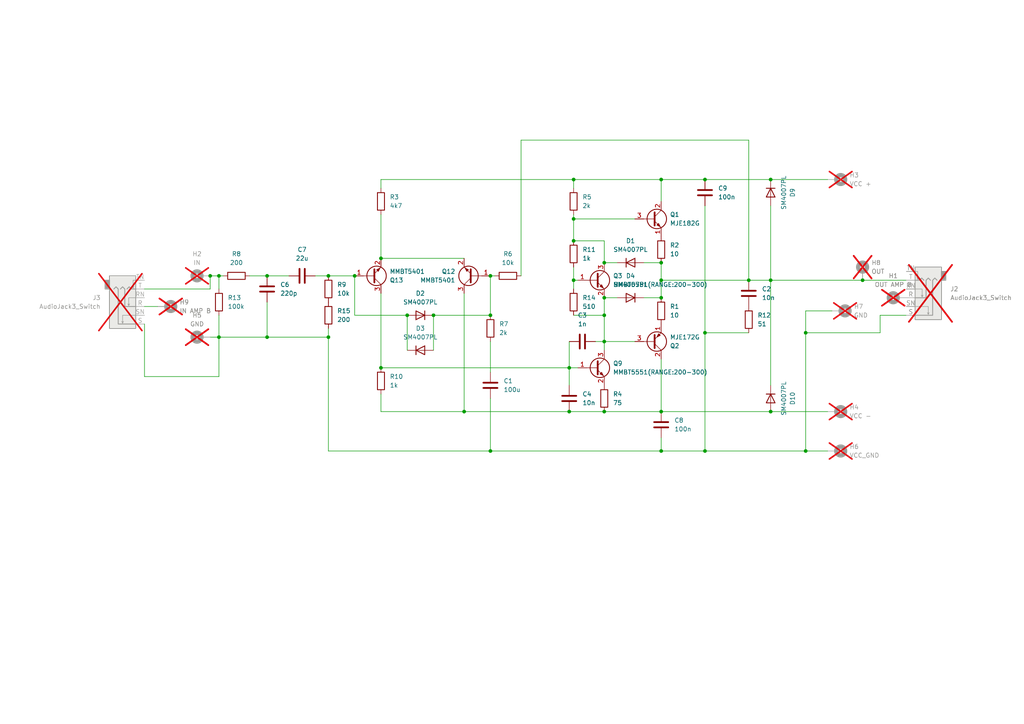
<source format=kicad_sch>
(kicad_sch (version 20250114) (generator "eeschema") (generator_version "9.0")
  (paper "A4")
  (lib_symbols
    (symbol "Connector_Audio:AudioJack3_Switch"
      (property "Reference" "J" (at 0 11.43 0))
      (property "Value" "AudioJack3_Switch" (at 0 8.89 0))
      (symbol "AudioJack3_Switch_0_1"
        (rectangle (start -5.08 -5.08) (end -6.35 -7.62) (stroke (width 0.254)) (fill (type outline)))
        (polyline (pts (xy -1.905 -5.08) (xy -1.27 -5.715) (xy -0.635 -5.08) (xy -0.635 0) (xy 2.54 0)) (stroke (width 0.254)))
        (polyline (pts (xy -1.27 4.826) (xy -1.016 4.318)))
        (polyline (pts (xy 0 -5.08) (xy 0.635 -5.715) (xy 1.27 -5.08) (xy 2.54 -5.08)) (stroke (width 0.254)))
        (polyline (pts (xy 0.508 -0.254) (xy 0.762 -0.762)))
        (polyline (pts (xy 1.778 -5.334) (xy 2.032 -5.842)))
        (rectangle (start 2.54 6.35) (end -5.08 -8.89) (stroke (width 0.254)) (fill (type background)))
        (polyline (pts (xy 2.54 5.08) (xy -2.54 5.08) (xy -2.54 -5.08) (xy -3.175 -5.715) (xy -3.81 -5.08)) (stroke (width 0.254)))
        (polyline (pts (xy 2.54 2.54) (xy -1.27 2.54) (xy -1.27 4.826) (xy -1.524 4.318)))
        (polyline (pts (xy 2.54 -2.54) (xy 0.508 -2.54) (xy 0.508 -0.254) (xy 0.254 -0.762)))
        (polyline (pts (xy 2.54 -7.62) (xy 1.778 -7.62) (xy 1.778 -5.334) (xy 1.524 -5.842)))
      )
      (symbol "AudioJack3_Switch_1_1"
        (pin passive line (at 5.08 5.08 180) (length 2.54) (name "~") (number "S"))
        (pin passive line (at 5.08 2.54 180) (length 2.54) (name "~") (number "SN"))
        (pin passive line (at 5.08 0 180) (length 2.54) (name "~") (number "R"))
        (pin passive line (at 5.08 -2.54 180) (length 2.54) (name "~") (number "RN"))
        (pin passive line (at 5.08 -5.08 180) (length 2.54) (name "~") (number "T"))
        (pin passive line (at 5.08 -7.62 180) (length 2.54) (name "~") (number "TN"))
      )
    )
    (symbol "Device:C" (pin_numbers (hide yes)) (pin_names (offset 0.254))
      (property "Reference" "C" (at 0.635 2.54 0))
      (property "Value" "C" (at 0.635 -2.54 0))
      (symbol "C_0_1"
        (polyline (pts (xy -2.032 0.762) (xy 2.032 0.762)) (stroke (width 0.508)))
        (polyline (pts (xy -2.032 -0.762) (xy 2.032 -0.762)) (stroke (width 0.508)))
      )
      (symbol "C_1_1"
        (pin passive line (at 0 3.81 270) (length 2.794) (name "~") (number "1"))
        (pin passive line (at 0 -3.81 90) (length 2.794) (name "~") (number "2"))
      )
    )
    (symbol "Device:R" (pin_numbers (hide yes)) (pin_names (offset 0))
      (property "Reference" "R" (at 2.032 0 90))
      (property "Value" "R" (at 0 0 90))
      (symbol "R_0_1"
        (rectangle (start -1.016 -2.54) (end 1.016 2.54) (stroke (width 0.254)))
      )
      (symbol "R_1_1"
        (pin passive line (at 0 3.81 270) (length 1.27) (name "~") (number "1"))
        (pin passive line (at 0 -3.81 90) (length 1.27) (name "~") (number "2"))
      )
    )
    (symbol "Diode:1N4148WT" (pin_numbers (hide yes)) (pin_names (hide yes))
      (property "Reference" "D" (at 0 2.54 0))
      (property "Value" "1N4148WT" (at 0 -2.54 0))
      (symbol "1N4148WT_0_1"
        (polyline (pts (xy -1.27 1.27) (xy -1.27 -1.27)) (stroke (width 0.254)))
        (polyline (pts (xy 1.27 1.27) (xy 1.27 -1.27) (xy -1.27 0) (xy 1.27 1.27)) (stroke (width 0.254)))
        (polyline (pts (xy 1.27 0) (xy -1.27 0)))
      )
      (symbol "1N4148WT_1_1"
        (pin passive line (at -3.81 0 0) (length 2.54) (name "K") (number "1"))
        (pin passive line (at 3.81 0 180) (length 2.54) (name "A") (number "2"))
      )
    )
    (symbol "Mechanical:MountingHole_Pad" (pin_numbers (hide yes)) (pin_names (offset 1.016) (hide yes)) (exclude_from_sim yes) (in_bom no)
      (property "Reference" "H" (at 0 6.35 0))
      (property "Value" "MountingHole_Pad" (at 0 4.445 0))
      (symbol "MountingHole_Pad_0_1"
        (circle (center 0 1.27) (radius 1.27) (stroke (width 1.27)))
      )
      (symbol "MountingHole_Pad_1_1"
        (pin input line (at 0 -2.54 90) (length 2.54) (name "1") (number "1"))
      )
    )
    (symbol "Transistor_BJT:MMBT5550L" (pin_names (offset 0) (hide yes))
      (property "Reference" "Q" (at 5.08 1.905 0))
      (property "Value" "MMBT5550L" (at 5.08 0 0))
      (symbol "MMBT5550L_0_1"
        (polyline (pts (xy -2.54 0) (xy 0.635 0)))
        (polyline (pts (xy 0.635 1.905) (xy 0.635 -1.905)) (stroke (width 0.508)))
        (circle (center 1.27 0) (radius 2.8194) (stroke (width 0.254)))
      )
      (symbol "MMBT5550L_1_1"
        (polyline (pts (xy 0.635 0.635) (xy 2.54 2.54)))
        (polyline (pts (xy 0.635 -0.635) (xy 2.54 -2.54)))
        (polyline (pts (xy 1.27 -1.778) (xy 1.778 -1.27) (xy 2.286 -2.286) (xy 1.27 -1.778)) (fill (type outline)))
        (pin input line (at -5.08 0 0) (length 2.54) (name "B") (number "1"))
        (pin passive line (at 2.54 5.08 270) (length 2.54) (name "C") (number "3"))
        (pin passive line (at 2.54 -5.08 90) (length 2.54) (name "E") (number "2"))
      )
    )
    (symbol "Transistor_BJT:MMBT5551L" (pin_names (offset 0) (hide yes))
      (property "Reference" "Q" (at 5.08 1.905 0))
      (property "Value" "MMBT5551L" (at 5.08 0 0))
      (symbol "MMBT5551L_0_1"
        (polyline (pts (xy -2.54 0) (xy 0.635 0)))
        (polyline (pts (xy 0.635 1.905) (xy 0.635 -1.905)) (stroke (width 0.508)))
        (circle (center 1.27 0) (radius 2.8194) (stroke (width 0.254)))
      )
      (symbol "MMBT5551L_1_1"
        (polyline (pts (xy 0.635 0.635) (xy 2.54 2.54)))
        (polyline (pts (xy 0.635 -0.635) (xy 2.54 -2.54)))
        (polyline (pts (xy 1.27 -1.778) (xy 1.778 -1.27) (xy 2.286 -2.286) (xy 1.27 -1.778)) (fill (type outline)))
        (pin input line (at -5.08 0 0) (length 2.54) (name "B") (number "1"))
        (pin passive line (at 2.54 5.08 270) (length 2.54) (name "C") (number "3"))
        (pin passive line (at 2.54 -5.08 90) (length 2.54) (name "E") (number "2"))
      )
    )
    (symbol "Transistor_BJT:Q_NPN_ECB" (pin_names (offset 0) (hide yes))
      (property "Reference" "Q" (at 5.08 1.27 0))
      (property "Value" "Q_NPN_ECB" (at 5.08 -1.27 0))
      (symbol "Q_NPN_ECB_0_1"
        (polyline (pts (xy -2.54 0) (xy 0.635 0)))
        (polyline (pts (xy 0.635 1.905) (xy 0.635 -1.905)) (stroke (width 0.508)))
        (circle (center 1.27 0) (radius 2.8194) (stroke (width 0.254)))
      )
      (symbol "Q_NPN_ECB_1_1"
        (polyline (pts (xy 0.635 0.635) (xy 2.54 2.54)))
        (polyline (pts (xy 0.635 -0.635) (xy 2.54 -2.54)))
        (polyline (pts (xy 1.27 -1.778) (xy 1.778 -1.27) (xy 2.286 -2.286) (xy 1.27 -1.778)) (fill (type outline)))
        (pin input line (at -5.08 0 0) (length 2.54) (name "B") (number "3"))
        (pin passive line (at 2.54 5.08 270) (length 2.54) (name "C") (number "2"))
        (pin passive line (at 2.54 -5.08 90) (length 2.54) (name "E") (number "1"))
      )
    )
    (symbol "Transistor_BJT:Q_PNP_ECB" (pin_names (offset 0) (hide yes))
      (property "Reference" "Q" (at 5.08 1.27 0))
      (property "Value" "Q_PNP_ECB" (at 5.08 -1.27 0))
      (symbol "Q_PNP_ECB_0_1"
        (polyline (pts (xy -2.54 0) (xy 0.635 0)))
        (polyline (pts (xy 0.635 1.905) (xy 0.635 -1.905)) (stroke (width 0.508)))
        (polyline (pts (xy 0.635 0.635) (xy 2.54 2.54)))
        (polyline (pts (xy 0.635 -0.635) (xy 2.54 -2.54)))
        (circle (center 1.27 0) (radius 2.8194) (stroke (width 0.254)))
        (polyline (pts (xy 2.286 -1.778) (xy 1.778 -2.286) (xy 1.27 -1.27) (xy 2.286 -1.778)) (fill (type outline)))
      )
      (symbol "Q_PNP_ECB_1_1"
        (pin input line (at -5.08 0 0) (length 2.54) (name "B") (number "3"))
        (pin passive line (at 2.54 5.08 270) (length 2.54) (name "C") (number "2"))
        (pin passive line (at 2.54 -5.08 90) (length 2.54) (name "E") (number "1"))
      )
    )
  )
  (junction (at 60.96 80.01))
  (junction (at 166.37 52.07))
  (junction (at 191.77 76.2))
  (junction (at 63.5 80.01))
  (junction (at 142.24 80.01))
  (junction (at 142.24 91.44))
  (junction (at 142.24 130.81))
  (junction (at 204.47 52.07))
  (junction (at 95.25 97.79))
  (junction (at 191.77 52.07))
  (junction (at 77.47 80.01))
  (junction (at 110.49 74.93))
  (junction (at 223.52 52.07))
  (junction (at 233.68 130.81))
  (junction (at 166.37 69.85))
  (junction (at 166.37 63.5))
  (junction (at 165.1 106.68))
  (junction (at 191.77 81.28))
  (junction (at 175.26 91.44))
  (junction (at 250.19 81.28))
  (junction (at 110.49 106.68))
  (junction (at 191.77 130.81))
  (junction (at 204.47 96.52))
  (junction (at 63.5 97.79))
  (junction (at 118.11 91.44))
  (junction (at 217.17 81.28))
  (junction (at 77.47 97.79))
  (junction (at 175.26 86.36))
  (junction (at 204.47 130.81))
  (junction (at 95.25 80.01))
  (junction (at 102.87 80.01))
  (junction (at 175.26 76.2))
  (junction (at 175.26 99.06))
  (junction (at 134.62 119.38))
  (junction (at 125.73 91.44))
  (junction (at 165.1 119.38))
  (junction (at 223.52 81.28))
  (junction (at 223.52 119.38))
  (junction (at 166.37 81.28))
  (junction (at 175.26 119.38))
  (junction (at 191.77 86.36))
  (junction (at 233.68 96.52))
  (junction (at 191.77 119.38))
  (wire (pts (xy 233.68 130.81) (xy 240.03 130.81)))
  (wire (pts (xy 217.17 81.28) (xy 223.52 81.28)))
  (wire (pts (xy 223.52 119.38) (xy 191.77 119.38)))
  (wire (pts (xy 134.62 85.09) (xy 134.62 119.38)))
  (wire (pts (xy 175.26 91.44) (xy 175.26 99.06)))
  (wire (pts (xy 233.68 96.52) (xy 233.68 130.81)))
  (wire (pts (xy 175.26 69.85) (xy 175.26 76.2)))
  (wire (pts (xy 175.26 86.36) (xy 179.07 86.36)))
  (wire (pts (xy 262.89 91.44) (xy 255.27 91.44)))
  (wire (pts (xy 255.27 91.44) (xy 255.27 96.52)))
  (wire (pts (xy 91.44 80.01) (xy 95.25 80.01)))
  (wire (pts (xy 60.96 97.79) (xy 63.5 97.79)))
  (wire (pts (xy 223.52 52.07) (xy 240.03 52.07)))
  (wire (pts (xy 72.39 80.01) (xy 77.47 80.01)))
  (wire (pts (xy 102.87 80.01) (xy 102.87 91.44)))
  (wire (pts (xy 186.69 76.2) (xy 191.77 76.2)))
  (wire (pts (xy 191.77 52.07) (xy 191.77 58.42)))
  (wire (pts (xy 191.77 119.38) (xy 175.26 119.38)))
  (wire (pts (xy 110.49 52.07) (xy 166.37 52.07)))
  (wire (pts (xy 166.37 81.28) (xy 166.37 83.82)))
  (wire (pts (xy 110.49 85.09) (xy 110.49 106.68)))
  (wire (pts (xy 166.37 81.28) (xy 167.64 81.28)))
  (wire (pts (xy 204.47 130.81) (xy 233.68 130.81)))
  (wire (pts (xy 142.24 80.01) (xy 142.24 91.44)))
  (wire (pts (xy 165.1 106.68) (xy 165.1 111.76)))
  (wire (pts (xy 142.24 80.01) (xy 143.51 80.01)))
  (wire (pts (xy 142.24 130.81) (xy 95.25 130.81)))
  (wire (pts (xy 125.73 91.44) (xy 125.73 101.6)))
  (wire (pts (xy 166.37 63.5) (xy 166.37 69.85)))
  (wire (pts (xy 217.17 96.52) (xy 204.47 96.52)))
  (wire (pts (xy 223.52 81.28) (xy 250.19 81.28)))
  (wire (pts (xy 204.47 59.69) (xy 204.47 96.52)))
  (wire (pts (xy 165.1 106.68) (xy 167.64 106.68)))
  (wire (pts (xy 223.52 81.28) (xy 223.52 111.76)))
  (wire (pts (xy 63.5 109.22) (xy 63.5 97.79)))
  (wire (pts (xy 204.47 52.07) (xy 223.52 52.07)))
  (wire (pts (xy 77.47 80.01) (xy 83.82 80.01)))
  (wire (pts (xy 217.17 40.64) (xy 217.17 81.28)))
  (wire (pts (xy 175.26 86.36) (xy 175.26 91.44)))
  (wire (pts (xy 63.5 91.44) (xy 63.5 97.79)))
  (wire (pts (xy 77.47 97.79) (xy 95.25 97.79)))
  (wire (pts (xy 191.77 52.07) (xy 204.47 52.07)))
  (wire (pts (xy 172.72 99.06) (xy 175.26 99.06)))
  (wire (pts (xy 166.37 62.23) (xy 166.37 63.5)))
  (wire (pts (xy 233.68 90.17) (xy 233.68 96.52)))
  (wire (pts (xy 41.91 109.22) (xy 63.5 109.22)))
  (wire (pts (xy 60.96 80.01) (xy 60.96 83.82)))
  (wire (pts (xy 41.91 93.98) (xy 41.91 109.22)))
  (wire (pts (xy 223.52 119.38) (xy 240.03 119.38)))
  (wire (pts (xy 142.24 99.06) (xy 142.24 107.95)))
  (wire (pts (xy 142.24 91.44) (xy 125.73 91.44)))
  (wire (pts (xy 175.26 99.06) (xy 175.26 101.6)))
  (wire (pts (xy 166.37 52.07) (xy 191.77 52.07)))
  (wire (pts (xy 110.49 114.3) (xy 110.49 119.38)))
  (wire (pts (xy 166.37 69.85) (xy 175.26 69.85)))
  (wire (pts (xy 118.11 91.44) (xy 118.11 101.6)))
  (wire (pts (xy 166.37 91.44) (xy 175.26 91.44)))
  (wire (pts (xy 77.47 87.63) (xy 77.47 97.79)))
  (wire (pts (xy 110.49 74.93) (xy 134.62 74.93)))
  (wire (pts (xy 191.77 127) (xy 191.77 130.81)))
  (wire (pts (xy 110.49 119.38) (xy 134.62 119.38)))
  (wire (pts (xy 191.77 81.28) (xy 217.17 81.28)))
  (wire (pts (xy 63.5 80.01) (xy 64.77 80.01)))
  (wire (pts (xy 110.49 106.68) (xy 165.1 106.68)))
  (wire (pts (xy 191.77 76.2) (xy 191.77 81.28)))
  (wire (pts (xy 166.37 63.5) (xy 184.15 63.5)))
  (wire (pts (xy 41.91 83.82) (xy 60.96 83.82)))
  (wire (pts (xy 110.49 54.61) (xy 110.49 52.07)))
  (wire (pts (xy 186.69 86.36) (xy 191.77 86.36)))
  (wire (pts (xy 95.25 130.81) (xy 95.25 97.79)))
  (wire (pts (xy 175.26 99.06) (xy 184.15 99.06)))
  (wire (pts (xy 165.1 119.38) (xy 175.26 119.38)))
  (wire (pts (xy 134.62 119.38) (xy 165.1 119.38)))
  (wire (pts (xy 41.91 88.9) (xy 45.72 88.9)))
  (wire (pts (xy 191.77 81.28) (xy 191.77 86.36)))
  (wire (pts (xy 175.26 76.2) (xy 179.07 76.2)))
  (wire (pts (xy 166.37 77.47) (xy 166.37 81.28)))
  (wire (pts (xy 250.19 81.28) (xy 262.89 81.28)))
  (wire (pts (xy 223.52 59.69) (xy 223.52 81.28)))
  (wire (pts (xy 255.27 96.52) (xy 233.68 96.52)))
  (wire (pts (xy 110.49 62.23) (xy 110.49 74.93)))
  (wire (pts (xy 142.24 115.57) (xy 142.24 130.81)))
  (wire (pts (xy 102.87 91.44) (xy 118.11 91.44)))
  (wire (pts (xy 63.5 80.01) (xy 63.5 83.82)))
  (wire (pts (xy 191.77 130.81) (xy 142.24 130.81)))
  (wire (pts (xy 151.13 40.64) (xy 217.17 40.64)))
  (wire (pts (xy 204.47 130.81) (xy 191.77 130.81)))
  (wire (pts (xy 95.25 95.25) (xy 95.25 97.79)))
  (wire (pts (xy 166.37 52.07) (xy 166.37 54.61)))
  (wire (pts (xy 241.3 90.17) (xy 233.68 90.17)))
  (wire (pts (xy 204.47 96.52) (xy 204.47 130.81)))
  (wire (pts (xy 60.96 80.01) (xy 63.5 80.01)))
  (wire (pts (xy 191.77 104.14) (xy 191.77 119.38)))
  (wire (pts (xy 165.1 99.06) (xy 165.1 106.68)))
  (wire (pts (xy 95.25 80.01) (xy 102.87 80.01)))
  (wire (pts (xy 63.5 97.79) (xy 77.47 97.79)))
  (wire (pts (xy 151.13 80.01) (xy 151.13 40.64)))
  (symbol (lib_id "Device:C") (at 165.1 115.57 0) (unit 1)
    (property "Reference" "C4" (at 168.91 114.2999 0) (effects (justify left)))
    (property "Value" "10n" (at 168.91 116.8399 0) (effects (justify left)))
    (property "Footprint" "Capacitor_SMD:C_0805_2012Metric" (effects (hide yes)))
    (property "Datasheet" "https://jlcpcb.com/api/file/downloadByFileSystemAccessId/8579706770736144384" (effects (hide yes)))
    (property "Description" "50V 10nF X7R ±10% 0805 Multilayer Ceramic Capacitors MLCC - SMD/SMT ROHS" (effects (hide yes)))
    (property "MPN" "C1710" (effects (hide yes)))
  )
  (symbol (lib_id "Mechanical:MountingHole_Pad") (at 242.57 119.38 270) (unit 1) (dnp yes)
    (property "Reference" "H4" (at 246.38 118.1099 90) (effects (justify left)))
    (property "Value" "VCC -" (at 246.38 120.6499 90) (effects (justify left)))
    (property "Footprint" "MountingHole:MountingHole_2.5mm_Pad" (effects (hide yes)))
    (property "Description" "Mounting Hole with connection" (effects (hide yes)))
  )
  (symbol (lib_id "Diode:1N4148WT") (at 121.92 91.44 180) (unit 1)
    (property "Reference" "D2" (at 121.92 85.09 0))
    (property "Value" "SM4007PL" (at 121.92 87.63 0))
    (property "Footprint" "Diode_SMD:D_SOD-123F" (effects (hide yes)))
    (property "MPN" "C64898" (effects (hide yes)))
  )
  (symbol (lib_id "Transistor_BJT:Q_PNP_ECB") (at 189.23 99.06 0) (mirror x) (unit 1)
    (property "Reference" "Q2" (at 194.31 100.3301 0) (effects (justify left)))
    (property "Value" "MJE172G" (at 194.31 97.7901 0) (effects (justify left)))
    (property "Footprint" "Library:TO229P800X325X1420-3" (effects (hide yes)))
    (property "Description" "PNP transistor, emitter/collector/base" (effects (hide yes)))
    (property "MPN" "C27682" (effects (hide yes)))
  )
  (symbol (lib_id "Device:R") (at 191.77 72.39 0) (unit 1)
    (property "Reference" "R2" (at 194.31 71.1199 0) (effects (justify left)))
    (property "Value" "10" (at 194.31 73.6599 0) (effects (justify left)))
    (property "Footprint" "Resistor_SMD:R_1206_3216Metric" (effects (hide yes)))
    (property "Description" "Resistor" (effects (hide yes)))
    (property "MPN" "C17903" (effects (hide yes)))
  )
  (symbol (lib_id "Device:C") (at 191.77 123.19 0) (unit 1)
    (property "Reference" "C8" (at 195.58 121.9199 0) (effects (justify left)))
    (property "Value" "100n" (at 195.58 124.4599 0) (effects (justify left)))
    (property "Footprint" "Capacitor_SMD:C_0603_1608Metric" (effects (hide yes)))
    (property "Description" "50V 100nF X7R ±10% 0603 Multilayer Ceramic Capacitors MLCC - SMD/SMT ROHS" (effects (hide yes)))
    (property "MPN" "C14663" (effects (hide yes)))
  )
  (symbol (lib_id "Transistor_BJT:Q_NPN_ECB") (at 189.23 63.5 0) (unit 1)
    (property "Reference" "Q1" (at 194.31 62.2299 0) (effects (justify left)))
    (property "Value" "MJE182G" (at 194.31 64.7699 0) (effects (justify left)))
    (property "Footprint" "Library:TO229P800X325X1420-3" (effects (hide yes)))
    (property "Datasheet" "https://www.lcsc.com/datasheet/lcsc_datasheet_2304140030_onsemi-MJE182G_C27681.pdf" (effects (hide yes)))
    (property "Description" "80V 1.5W 50@100mA,1V 3A NPN TO-225-3 Bipolar (BJT) ROHS" (effects (hide yes)))
    (property "MPN" "C27681" (effects (hide yes)))
  )
  (symbol (lib_id "Mechanical:MountingHole_Pad") (at 58.42 97.79 90) (unit 1) (dnp yes)
    (property "Reference" "H5" (at 57.15 91.44 90))
    (property "Value" "GND" (at 57.15 93.98 90))
    (property "Footprint" "MountingHole:MountingHole_2.5mm_Pad" (effects (hide yes)))
    (property "Description" "Mounting Hole with connection" (effects (hide yes)))
  )
  (symbol (lib_id "Device:C") (at 204.47 55.88 0) (unit 1)
    (property "Reference" "C9" (at 208.28 54.6099 0) (effects (justify left)))
    (property "Value" "100n" (at 208.28 57.1499 0) (effects (justify left)))
    (property "Footprint" "Capacitor_SMD:C_0603_1608Metric" (effects (hide yes)))
    (property "Description" "50V 100nF X7R ±10% 0603 Multilayer Ceramic Capacitors MLCC - SMD/SMT ROHS" (effects (hide yes)))
    (property "MPN" "C14663" (effects (hide yes)))
  )
  (symbol (lib_id "Device:R") (at 166.37 73.66 0) (unit 1)
    (property "Reference" "R11" (at 168.91 72.3899 0) (effects (justify left)))
    (property "Value" "1k" (at 168.91 74.9299 0) (effects (justify left)))
    (property "Footprint" "Resistor_SMD:R_1206_3216Metric" (effects (hide yes)))
    (property "Description" "Resistor" (effects (hide yes)))
    (property "MPN" "C4410" (effects (hide yes)))
  )
  (symbol (lib_id "Mechanical:MountingHole_Pad") (at 250.19 78.74 0) (unit 1) (dnp yes)
    (property "Reference" "H8" (at 252.73 76.1999 0) (effects (justify left)))
    (property "Value" "OUT" (at 252.73 78.7399 0) (effects (justify left)))
    (property "Footprint" "MountingHole:MountingHole_2.5mm_Pad" (effects (hide yes)))
    (property "Description" "Mounting Hole with connection" (effects (hide yes)))
  )
  (symbol (lib_id "Transistor_BJT:MMBT5550L") (at 107.95 80.01 0) (mirror x) (unit 1)
    (property "Reference" "Q13" (at 113.03 81.2801 0) (effects (justify left)))
    (property "Value" "MMBT5401" (at 113.03 78.7401 0) (effects (justify left)))
    (property "Footprint" "Package_TO_SOT_SMD:SOT-23" (effects (hide yes)))
    (property "Datasheet" "https://jlcpcb.com/api/file/downloadByFileSystemAccessId/8579707445092147200" (effects (hide yes)))
    (property "Description" "150V 300mW 200@10mA,5V 600mA PNP SOT-23 Bipolar (BJT) ROHS" (effects (hide yes)))
    (property "MPN" "C8326" (effects (hide yes)))
  )
  (symbol (lib_id "Device:R") (at 142.24 95.25 0) (unit 1)
    (property "Reference" "R7" (at 144.78 93.9799 0) (effects (justify left)))
    (property "Value" "2k" (at 144.78 96.5199 0) (effects (justify left)))
    (property "Footprint" "Resistor_SMD:R_1206_3216Metric" (effects (hide yes)))
    (property "Description" "Resistor" (effects (hide yes)))
    (property "MPN" "C17944" (effects (hide yes)))
  )
  (symbol (lib_id "Device:C") (at 77.47 83.82 0) (unit 1)
    (property "Reference" "C6" (at 81.28 82.5499 0) (effects (justify left)))
    (property "Value" "220p" (at 81.28 85.0899 0) (effects (justify left)))
    (property "Footprint" "Capacitor_SMD:C_0603_1608Metric" (effects (hide yes)))
    (property "Datasheet" "https://jlcpcb.com/api/file/downloadByFileSystemAccessId/8579706990821425152" (effects (hide yes)))
    (property "Description" "50V 220pF X7R ±10% 0603 Multilayer Ceramic Capacitors MLCC - SMD/SMT ROHS" (effects (hide yes)))
    (property "MPN" "C1603" (effects (hide yes)))
  )
  (symbol (lib_id "Diode:1N4148WT") (at 223.52 55.88 270) (unit 1)
    (property "Reference" "D9" (at 229.87 55.88 0))
    (property "Value" "SM4007PL" (at 227.33 55.88 0))
    (property "Footprint" "Diode_SMD:D_SOD-123F" (effects (hide yes)))
    (property "MPN" "C64898" (effects (hide yes)))
  )
  (symbol (lib_id "Mechanical:MountingHole_Pad") (at 243.84 90.17 270) (unit 1) (dnp yes)
    (property "Reference" "H7" (at 247.65 88.8999 90) (effects (justify left)))
    (property "Value" "GND" (at 247.65 91.4399 90) (effects (justify left)))
    (property "Footprint" "MountingHole:MountingHole_2.5mm_Pad" (effects (hide yes)))
    (property "Description" "Mounting Hole with connection" (effects (hide yes)))
  )
  (symbol (lib_id "Device:C") (at 168.91 99.06 90) (unit 1)
    (property "Reference" "C3" (at 168.91 91.44 90))
    (property "Value" "1n" (at 168.91 93.98 90))
    (property "Footprint" "Capacitor_SMD:C_0603_1608Metric" (effects (hide yes)))
    (property "Datasheet" "https://jlcpcb.com/api/file/downloadByFileSystemAccessId/8579706978448228352" (effects (hide yes)))
    (property "Description" "50V 1nF X7R ±10% 0603 Multilayer Ceramic Capacitors MLCC - SMD/SMT ROHS" (effects (hide yes)))
    (property "MPN" "C1588" (effects (hide yes)))
  )
  (symbol (lib_id "Device:C") (at 87.63 80.01 90) (unit 1)
    (property "Reference" "C7" (at 87.63 72.39 90))
    (property "Value" "22u" (at 87.63 74.93 90))
    (property "Footprint" "Capacitor_SMD:C_1206_3216Metric" (effects (hide yes)))
    (property "Datasheet" "https://www.lcsc.com/datasheet/lcsc_datasheet_2304140030_Samsung-Electro-Mechanics-CL31A226KAHNNNE_C12891.pdf" (effects (hide yes)))
    (property "Description" "25V 22uF X5R ±10% 1206 Multilayer Ceramic Capacitors MLCC - SMD/SMT ROHS" (effects (hide yes)))
    (property "MPN" "C12891" (effects (hide yes)))
  )
  (symbol (lib_id "Connector_Audio:AudioJack3_Switch") (at 36.83 88.9 0) (mirror x) (unit 1) (dnp yes)
    (property "Reference" "J3" (at 29.21 86.3599 0) (effects (justify right)))
    (property "Value" "AudioJack3_Switch" (at 29.21 88.8999 0) (effects (justify right)))
    (property "Footprint" "Connector_Audio:Jack_6.35mm_Neutrik_NMJ6HCD2_Horizontal" (effects (hide yes)))
    (property "Description" "Audio Jack, 3 Poles (Stereo / TRS), Switched Poles (Normalling)" (effects (hide yes)))
  )
  (symbol (lib_id "Transistor_BJT:MMBT5551L") (at 172.72 81.28 0) (unit 1)
    (property "Reference" "Q3" (at 177.8 80.0099 0) (effects (justify left)))
    (property "Value" "MMBT5551(RANGE:200-300)" (at 177.8 82.5499 0) (effects (justify left)))
    (property "Footprint" "Package_TO_SOT_SMD:SOT-23" (effects (hide yes)))
    (property "Datasheet" "www.onsemi.com/pub/Collateral/MMBT5550LT1-D.PDF" (effects (hide yes)))
    (property "Description" "160V 300mW 200@10mA,5V 600mA NPN SOT-23 Bipolar (BJT) ROHS" (effects (hide yes)))
    (property "MNP" "C2145" (effects (hide yes)))
  )
  (symbol (lib_id "Device:R") (at 147.32 80.01 90) (unit 1)
    (property "Reference" "R6" (at 147.32 73.66 90))
    (property "Value" "10k" (at 147.32 76.2 90))
    (property "Footprint" "Resistor_SMD:R_1206_3216Metric" (effects (hide yes)))
    (property "Description" "Resistor" (effects (hide yes)))
    (property "MPN" "C17902" (effects (hide yes)))
  )
  (symbol (lib_id "Device:R") (at 217.17 92.71 0) (unit 1)
    (property "Reference" "R12" (at 219.71 91.4399 0) (effects (justify left)))
    (property "Value" "51" (at 219.71 93.9799 0) (effects (justify left)))
    (property "Footprint" "Resistor_SMD:R_0805_2012Metric" (effects (hide yes)))
    (property "Datasheet" "https://jlcpcb.com/api/file/downloadByFileSystemAccessId/8579706629149024256" (effects (hide yes)))
    (property "Description" "125mW Thick Film Resistors 150V ±100ppm/℃ ±1% 51Ω 0805 Chip Resistor - Surface Mount ROHS" (effects (hide yes)))
    (property "MPN" "C17738" (effects (hide yes)))
  )
  (symbol (lib_id "Device:R") (at 191.77 90.17 0) (unit 1)
    (property "Reference" "R1" (at 194.31 88.8999 0) (effects (justify left)))
    (property "Value" "10" (at 194.31 91.4399 0) (effects (justify left)))
    (property "Footprint" "Resistor_SMD:R_1206_3216Metric" (effects (hide yes)))
    (property "Description" "Resistor" (effects (hide yes)))
    (property "MPN" "C17903" (effects (hide yes)))
  )
  (symbol (lib_id "Mechanical:MountingHole_Pad") (at 58.42 80.01 90) (unit 1) (dnp yes)
    (property "Reference" "H2" (at 57.15 73.66 90))
    (property "Value" "IN" (at 57.15 76.2 90))
    (property "Footprint" "MountingHole:MountingHole_2.5mm_Pad" (effects (hide yes)))
    (property "Description" "Mounting Hole with connection" (effects (hide yes)))
  )
  (symbol (lib_id "Connector_Audio:AudioJack3_Switch") (at 267.97 86.36 180) (unit 1) (dnp yes)
    (property "Reference" "J2" (at 275.59 83.8199 0) (effects (justify right)))
    (property "Value" "AudioJack3_Switch" (at 275.59 86.3599 0) (effects (justify right)))
    (property "Footprint" "Connector_Audio:Jack_6.35mm_Neutrik_NMJ6HCD2_Horizontal" (effects (hide yes)))
    (property "Description" "Audio Jack, 3 Poles (Stereo / TRS), Switched Poles (Normalling)" (effects (hide yes)))
  )
  (symbol (lib_id "Device:R") (at 68.58 80.01 90) (unit 1)
    (property "Reference" "R8" (at 68.58 73.66 90))
    (property "Value" "200" (at 68.58 76.2 90))
    (property "Footprint" "Resistor_SMD:R_0805_2012Metric" (effects (hide yes)))
    (property "Description" "Resistor" (effects (hide yes)))
    (property "MPN" "C17540" (effects (hide yes)))
  )
  (symbol (lib_id "Mechanical:MountingHole_Pad") (at 260.35 86.36 90) (unit 1) (dnp yes)
    (property "Reference" "H1" (at 259.08 80.01 90))
    (property "Value" "OUT AMP B" (at 259.08 82.55 90))
    (property "Footprint" "MountingHole:MountingHole_2.5mm_Pad" (effects (hide yes)))
    (property "Description" "Mounting Hole with connection" (effects (hide yes)))
  )
  (symbol (lib_id "Device:R") (at 110.49 110.49 0) (unit 1)
    (property "Reference" "R10" (at 113.03 109.2199 0) (effects (justify left)))
    (property "Value" "1k" (at 113.03 111.7599 0) (effects (justify left)))
    (property "Footprint" "Resistor_SMD:R_1206_3216Metric" (effects (hide yes)))
    (property "Description" "Resistor" (effects (hide yes)))
    (property "MPN" "C4410" (effects (hide yes)))
  )
  (symbol (lib_id "Device:R") (at 95.25 91.44 0) (unit 1)
    (property "Reference" "R15" (at 97.79 90.1699 0) (effects (justify left)))
    (property "Value" "200" (at 97.79 92.7099 0) (effects (justify left)))
    (property "Footprint" "Resistor_SMD:R_0805_2012Metric" (effects (hide yes)))
    (property "Description" "Resistor" (effects (hide yes)))
    (property "MPN" "C17540" (effects (hide yes)))
  )
  (symbol (lib_id "Mechanical:MountingHole_Pad") (at 48.26 88.9 270) (unit 1) (dnp yes)
    (property "Reference" "H9" (at 52.07 87.6299 90) (effects (justify left)))
    (property "Value" "IN AMP B" (at 52.07 90.1699 90) (effects (justify left)))
    (property "Footprint" "MountingHole:MountingHole_2.5mm_Pad" (effects (hide yes)))
    (property "Description" "Mounting Hole with connection" (effects (hide yes)))
  )
  (symbol (lib_id "Diode:1N4148WT") (at 121.92 101.6 0) (unit 1)
    (property "Reference" "D3" (at 121.92 95.25 0))
    (property "Value" "SM4007PL" (at 121.92 97.79 0))
    (property "Footprint" "Diode_SMD:D_SOD-123F" (effects (hide yes)))
    (property "MPN" "C64898" (effects (hide yes)))
  )
  (symbol (lib_id "Device:R") (at 166.37 58.42 0) (unit 1)
    (property "Reference" "R5" (at 168.91 57.1499 0) (effects (justify left)))
    (property "Value" "2k" (at 168.91 59.6899 0) (effects (justify left)))
    (property "Footprint" "Resistor_SMD:R_1206_3216Metric" (effects (hide yes)))
    (property "Description" "Resistor" (effects (hide yes)))
    (property "MPN" "C17944" (effects (hide yes)))
  )
  (symbol (lib_id "Mechanical:MountingHole_Pad") (at 242.57 130.81 270) (unit 1) (dnp yes)
    (property "Reference" "H6" (at 246.38 129.5399 90) (effects (justify left)))
    (property "Value" "VCC_GND" (at 246.38 132.0799 90) (effects (justify left)))
    (property "Footprint" "MountingHole:MountingHole_2.5mm_Pad" (effects (hide yes)))
    (property "Description" "Mounting Hole with connection" (effects (hide yes)))
  )
  (symbol (lib_id "Device:R") (at 166.37 87.63 0) (unit 1)
    (property "Reference" "R14" (at 168.91 86.3599 0) (effects (justify left)))
    (property "Value" "510" (at 168.91 88.8999 0) (effects (justify left)))
    (property "Footprint" "Resistor_SMD:R_0805_2012Metric_Pad1.20x1.40mm_HandSolder" (effects (hide yes)))
    (property "Description" "Resistor" (effects (hide yes)))
    (property "MPN" "C17734" (effects (hide yes)))
  )
  (symbol (lib_id "Device:R") (at 110.49 58.42 0) (unit 1)
    (property "Reference" "R3" (at 113.03 57.1499 0) (effects (justify left)))
    (property "Value" "4k7" (at 113.03 59.6899 0) (effects (justify left)))
    (property "Footprint" "Resistor_SMD:R_1206_3216Metric" (effects (hide yes)))
    (property "Description" "Resistor" (effects (hide yes)))
    (property "MPN" "C17936" (effects (hide yes)))
  )
  (symbol (lib_id "Device:C") (at 142.24 111.76 0) (unit 1)
    (property "Reference" "C1" (at 146.05 110.4899 0) (effects (justify left)))
    (property "Value" "100u" (at 146.05 113.0299 0) (effects (justify left)))
    (property "Footprint" "Capacitor_SMD:C_1206_3216Metric" (effects (hide yes)))
    (property "Datasheet" "https://www.lcsc.com/datasheet/lcsc_datasheet_2304140030_Samsung-Electro-Mechanics-CL31A107MQHNNNE_C15008.pdf" (effects (hide yes)))
    (property "Description" "6.3V 100uF X5R ±20% 1206 Multilayer Ceramic Capacitors MLCC - SMD/SMT ROHS" (effects (hide yes)))
    (property "MPN" "C15008" (effects (hide yes)))
  )
  (symbol (lib_id "Diode:1N4148WT") (at 182.88 86.36 180) (unit 1)
    (property "Reference" "D4" (at 182.88 80.01 0))
    (property "Value" "SM4007PL" (at 182.88 82.55 0))
    (property "Footprint" "Diode_SMD:D_SOD-123F" (effects (hide yes)))
    (property "MPN" "C64898" (effects (hide yes)))
  )
  (symbol (lib_id "Device:R") (at 63.5 87.63 0) (unit 1)
    (property "Reference" "R13" (at 66.04 86.3599 0) (effects (justify left)))
    (property "Value" "100k" (at 66.04 88.8999 0) (effects (justify left)))
    (property "Footprint" "Resistor_SMD:R_1206_3216Metric" (effects (hide yes)))
    (property "Description" "Resistor" (effects (hide yes)))
    (property "MPN" "C17900" (effects (hide yes)))
  )
  (symbol (lib_id "Diode:1N4148WT") (at 182.88 76.2 0) (unit 1)
    (property "Reference" "D1" (at 182.88 69.85 0))
    (property "Value" "SM4007PL" (at 182.88 72.39 0))
    (property "Footprint" "Diode_SMD:D_SOD-123F" (effects (hide yes)))
    (property "MPN" "C64898" (effects (hide yes)))
  )
  (symbol (lib_id "Device:R") (at 95.25 83.82 0) (unit 1)
    (property "Reference" "R9" (at 97.79 82.5499 0) (effects (justify left)))
    (property "Value" "10k" (at 97.79 85.0899 0) (effects (justify left)))
    (property "Footprint" "Resistor_SMD:R_1206_3216Metric" (effects (hide yes)))
    (property "Description" "Resistor" (effects (hide yes)))
    (property "MPN" "C17902" (effects (hide yes)))
  )
  (symbol (lib_id "Device:C") (at 217.17 85.09 0) (unit 1)
    (property "Reference" "C2" (at 220.98 83.8199 0) (effects (justify left)))
    (property "Value" "10n" (at 220.98 86.3599 0) (effects (justify left)))
    (property "Footprint" "Capacitor_SMD:C_0805_2012Metric" (effects (hide yes)))
    (property "Datasheet" "https://jlcpcb.com/api/file/downloadByFileSystemAccessId/8579706770736144384" (effects (hide yes)))
    (property "Description" "50V 10nF X7R ±10% 0805 Multilayer Ceramic Capacitors MLCC - SMD/SMT ROHS" (effects (hide yes)))
    (property "MPN" "C1710" (effects (hide yes)))
  )
  (symbol (lib_id "Device:R") (at 175.26 115.57 0) (unit 1)
    (property "Reference" "R4" (at 177.8 114.2999 0) (effects (justify left)))
    (property "Value" "75" (at 177.8 116.8399 0) (effects (justify left)))
    (property "Footprint" "Resistor_SMD:R_0603_1608Metric" (effects (hide yes)))
    (property "Description" "Resistor" (effects (hide yes)))
    (property "MPN" "C4275" (effects (hide yes)))
  )
  (symbol (lib_id "Mechanical:MountingHole_Pad") (at 242.57 52.07 270) (unit 1) (dnp yes)
    (property "Reference" "H3" (at 246.38 50.7999 90) (effects (justify left)))
    (property "Value" "VCC +" (at 246.38 53.3399 90) (effects (justify left)))
    (property "Footprint" "MountingHole:MountingHole_2.5mm_Pad" (effects (hide yes)))
    (property "Description" "Mounting Hole with connection" (effects (hide yes)))
  )
  (symbol (lib_id "Transistor_BJT:MMBT5551L") (at 172.72 106.68 0) (unit 1)
    (property "Reference" "Q9" (at 177.8 105.4099 0) (effects (justify left)))
    (property "Value" "MMBT5551(RANGE:200-300)" (at 177.8 107.9499 0) (effects (justify left)))
    (property "Footprint" "Package_TO_SOT_SMD:SOT-23" (effects (hide yes)))
    (property "Datasheet" "www.onsemi.com/pub/Collateral/MMBT5550LT1-D.PDF" (effects (hide yes)))
    (property "Description" "160V 300mW 200@10mA,5V 600mA NPN SOT-23 Bipolar (BJT) ROHS" (effects (hide yes)))
    (property "MNP" "C2145" (effects (hide yes)))
  )
  (symbol (lib_id "Transistor_BJT:MMBT5550L") (at 137.16 80.01 180) (unit 1)
    (property "Reference" "Q12" (at 132.08 78.7399 0) (effects (justify left)))
    (property "Value" "MMBT5401" (at 132.08 81.2799 0) (effects (justify left)))
    (property "Footprint" "Package_TO_SOT_SMD:SOT-23" (effects (hide yes)))
    (property "Datasheet" "https://jlcpcb.com/api/file/downloadByFileSystemAccessId/8579707445092147200" (effects (hide yes)))
    (property "Description" "150V 300mW 200@10mA,5V 600mA PNP SOT-23 Bipolar (BJT) ROHS" (effects (hide yes)))
    (property "MPN" "C8326" (effects (hide yes)))
  )
  (symbol (lib_id "Diode:1N4148WT") (at 223.52 115.57 270) (unit 1)
    (property "Reference" "D10" (at 229.87 115.57 0))
    (property "Value" "SM4007PL" (at 227.33 115.57 0))
    (property "Footprint" "Diode_SMD:D_SOD-123F" (effects (hide yes)))
    (property "MPN" "C64898" (effects (hide yes)))
  )
)
</source>
